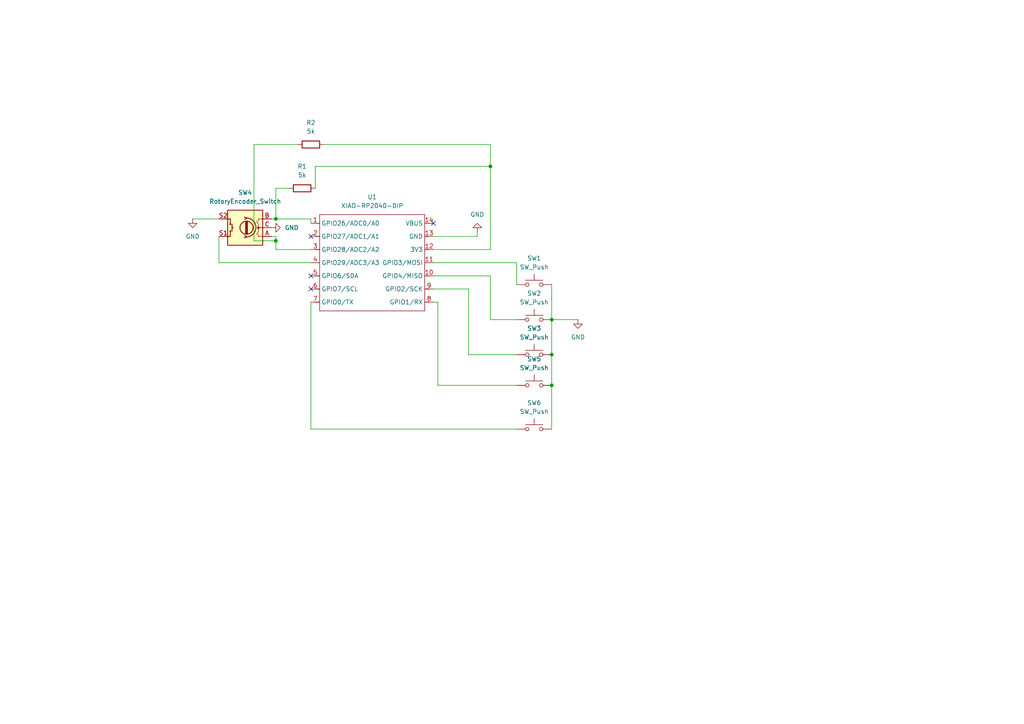
<source format=kicad_sch>
(kicad_sch (version 20250114) (generator "eeschema") (generator_version "9.0")
  (paper "A4")
  (lib_symbols
    (symbol "Device:R" (pin_numbers (hide yes)) (pin_names (offset 0))
      (property "Reference" "R" (at 2.032 0 90))
      (property "Value" "R" (at 0 0 90))
      (symbol "R_0_1"
        (rectangle (start -1.016 -2.54) (end 1.016 2.54) (stroke (width 0.254)))
      )
      (symbol "R_1_1"
        (pin passive line (at 0 3.81 270) (length 1.27) (name "~") (number "1"))
        (pin passive line (at 0 -3.81 90) (length 1.27) (name "~") (number "2"))
      )
    )
    (symbol "Device:RotaryEncoder_Switch" (pin_names (offset 0.254) (hide yes))
      (property "Reference" "SW" (at 0 6.604 0))
      (property "Value" "RotaryEncoder_Switch" (at 0 -6.604 0))
      (symbol "RotaryEncoder_Switch_0_1"
        (rectangle (start -5.08 5.08) (end 5.08 -5.08) (stroke (width 0.254)) (fill (type background)))
        (polyline (pts (xy -5.08 2.54) (xy -3.81 2.54) (xy -3.81 2.032)))
        (polyline (pts (xy -5.08 0) (xy -3.81 0) (xy -3.81 -1.016) (xy -3.302 -2.032)))
        (polyline (pts (xy -5.08 -2.54) (xy -3.81 -2.54) (xy -3.81 -2.032)))
        (polyline (pts (xy -4.318 0) (xy -3.81 0) (xy -3.81 1.016) (xy -3.302 2.032)))
        (circle (center -3.81 0) (radius 0.254) (fill (type outline)))
        (polyline (pts (xy -0.635 -1.778) (xy -0.635 1.778)) (stroke (width 0.254)))
        (circle (center -0.381 0) (radius 1.905) (stroke (width 0.254)))
        (polyline (pts (xy -0.381 -1.778) (xy -0.381 1.778)) (stroke (width 0.254)))
        (arc (start -0.381 -2.794) (mid -3.0988 -0.0635) (end -0.381 2.667) (stroke (width 0.254)))
        (polyline (pts (xy -0.127 1.778) (xy -0.127 -1.778)) (stroke (width 0.254)))
        (polyline (pts (xy 0.254 2.921) (xy -0.508 2.667) (xy 0.127 2.286)) (stroke (width 0.254)))
        (polyline (pts (xy 0.254 -3.048) (xy -0.508 -2.794) (xy 0.127 -2.413)) (stroke (width 0.254)))
        (polyline (pts (xy 3.81 1.016) (xy 3.81 -1.016)) (stroke (width 0.254)))
        (polyline (pts (xy 3.81 0) (xy 3.429 0)) (stroke (width 0.254)))
        (circle (center 4.318 1.016) (radius 0.127) (stroke (width 0.254)))
        (circle (center 4.318 -1.016) (radius 0.127) (stroke (width 0.254)))
        (polyline (pts (xy 5.08 2.54) (xy 4.318 2.54) (xy 4.318 1.016)) (stroke (width 0.254)))
        (polyline (pts (xy 5.08 -2.54) (xy 4.318 -2.54) (xy 4.318 -1.016)) (stroke (width 0.254)))
      )
      (symbol "RotaryEncoder_Switch_1_1"
        (pin passive line (at -7.62 2.54 0) (length 2.54) (name "A") (number "A"))
        (pin passive line (at -7.62 0 0) (length 2.54) (name "C") (number "C"))
        (pin passive line (at -7.62 -2.54 0) (length 2.54) (name "B") (number "B"))
        (pin passive line (at 7.62 2.54 180) (length 2.54) (name "S1") (number "S1"))
        (pin passive line (at 7.62 -2.54 180) (length 2.54) (name "S2") (number "S2"))
      )
    )
    (symbol "Seeed_Studio_XIAO_Series:XIAO-RP2040-DIP"
      (property "Reference" "U" (at 0 0 0))
      (property "Value" "XIAO-RP2040-DIP" (at 5.334 -1.778 0))
      (symbol "XIAO-RP2040-DIP_1_0"
        (polyline (pts (xy -1.27 -2.54) (xy 29.21 -2.54)) (stroke (width 0.1524)))
        (polyline (pts (xy -1.27 -5.08) (xy -2.54 -5.08)) (stroke (width 0.1524)))
        (polyline (pts (xy -1.27 -5.08) (xy -1.27 -2.54)) (stroke (width 0.1524)))
        (polyline (pts (xy -1.27 -8.89) (xy -2.54 -8.89)) (stroke (width 0.1524)))
        (polyline (pts (xy -1.27 -8.89) (xy -1.27 -5.08)) (stroke (width 0.1524)))
        (polyline (pts (xy -1.27 -12.7) (xy -2.54 -12.7)) (stroke (width 0.1524)))
        (polyline (pts (xy -1.27 -12.7) (xy -1.27 -8.89)) (stroke (width 0.1524)))
        (polyline (pts (xy -1.27 -16.51) (xy -2.54 -16.51)) (stroke (width 0.1524)))
        (polyline (pts (xy -1.27 -16.51) (xy -1.27 -12.7)) (stroke (width 0.1524)))
        (polyline (pts (xy -1.27 -20.32) (xy -2.54 -20.32)) (stroke (width 0.1524)))
        (polyline (pts (xy -1.27 -24.13) (xy -2.54 -24.13)) (stroke (width 0.1524)))
        (polyline (pts (xy -1.27 -27.94) (xy -2.54 -27.94)) (stroke (width 0.1524)))
        (polyline (pts (xy -1.27 -30.48) (xy -1.27 -16.51)) (stroke (width 0.1524)))
        (polyline (pts (xy 29.21 -2.54) (xy 29.21 -5.08)) (stroke (width 0.1524)))
        (polyline (pts (xy 29.21 -5.08) (xy 29.21 -8.89)) (stroke (width 0.1524)))
        (polyline (pts (xy 29.21 -8.89) (xy 29.21 -12.7)) (stroke (width 0.1524)))
        (polyline (pts (xy 29.21 -12.7) (xy 29.21 -30.48)) (stroke (width 0.1524)))
        (polyline (pts (xy 29.21 -30.48) (xy -1.27 -30.48)) (stroke (width 0.1524)))
        (polyline (pts (xy 30.48 -5.08) (xy 29.21 -5.08)) (stroke (width 0.1524)))
        (polyline (pts (xy 30.48 -8.89) (xy 29.21 -8.89)) (stroke (width 0.1524)))
        (polyline (pts (xy 30.48 -12.7) (xy 29.21 -12.7)) (stroke (width 0.1524)))
        (polyline (pts (xy 30.48 -16.51) (xy 29.21 -16.51)) (stroke (width 0.1524)))
        (polyline (pts (xy 30.48 -20.32) (xy 29.21 -20.32)) (stroke (width 0.1524)))
        (polyline (pts (xy 30.48 -24.13) (xy 29.21 -24.13)) (stroke (width 0.1524)))
        (polyline (pts (xy 30.48 -27.94) (xy 29.21 -27.94)) (stroke (width 0.1524)))
        (pin passive line (at -3.81 -5.08 0) (length 2.54) (name "GPIO26/ADC0/A0") (number "1"))
        (pin passive line (at -3.81 -8.89 0) (length 2.54) (name "GPIO27/ADC1/A1") (number "2"))
        (pin passive line (at -3.81 -12.7 0) (length 2.54) (name "GPIO28/ADC2/A2") (number "3"))
        (pin passive line (at -3.81 -16.51 0) (length 2.54) (name "GPIO29/ADC3/A3") (number "4"))
        (pin passive line (at -3.81 -20.32 0) (length 2.54) (name "GPIO6/SDA") (number "5"))
        (pin passive line (at -3.81 -24.13 0) (length 2.54) (name "GPIO7/SCL") (number "6"))
        (pin passive line (at -3.81 -27.94 0) (length 2.54) (name "GPIO0/TX") (number "7"))
        (pin passive line (at 31.75 -5.08 180) (length 2.54) (name "VBUS") (number "14"))
        (pin passive line (at 31.75 -8.89 180) (length 2.54) (name "GND") (number "13"))
        (pin passive line (at 31.75 -12.7 180) (length 2.54) (name "3V3") (number "12"))
        (pin passive line (at 31.75 -16.51 180) (length 2.54) (name "GPIO3/MOSI") (number "11"))
        (pin passive line (at 31.75 -20.32 180) (length 2.54) (name "GPIO4/MISO") (number "10"))
        (pin passive line (at 31.75 -24.13 180) (length 2.54) (name "GPIO2/SCK") (number "9"))
        (pin passive line (at 31.75 -27.94 180) (length 2.54) (name "GPIO1/RX") (number "8"))
      )
    )
    (symbol "Switch:SW_Push" (pin_numbers (hide yes)) (pin_names (offset 1.016) (hide yes))
      (property "Reference" "SW" (at 1.27 2.54 0))
      (property "Value" "SW_Push" (at 0 -1.524 0))
      (symbol "SW_Push_0_1"
        (circle (center -2.032 0) (radius 0.508))
        (polyline (pts (xy 0 1.27) (xy 0 3.048)))
        (circle (center 2.032 0) (radius 0.508))
        (polyline (pts (xy 2.54 1.27) (xy -2.54 1.27)))
        (pin passive line (at -5.08 0 0) (length 2.54) (name "1") (number "1"))
        (pin passive line (at 5.08 0 180) (length 2.54) (name "2") (number "2"))
      )
    )
    (symbol "power:GND" (power) (pin_numbers (hide yes)) (pin_names (offset 0) (hide yes))
      (property "Value" "GND" (at 0 -3.81 0))
      (symbol "GND_0_1"
        (polyline (pts (xy 0 0) (xy 0 -1.27) (xy 1.27 -1.27) (xy 0 -2.54) (xy -1.27 -1.27) (xy 0 -1.27)))
      )
      (symbol "GND_1_1"
        (pin power_in line (at 0 0 270) (length 0) (name "~") (number "1"))
      )
    )
  )
  (junction (at 160.02 102.87))
  (junction (at 80.01 69.85))
  (junction (at 142.24 48.26))
  (junction (at 160.02 111.76))
  (junction (at 160.02 92.71))
  (junction (at 80.01 63.5))
  (no_connect (at 90.17 68.58))
  (no_connect (at 90.17 80.01))
  (no_connect (at 90.17 83.82))
  (no_connect (at 125.73 64.77))
  (wire (pts (xy 127 111.76) (xy 127 87.63)))
  (wire (pts (xy 93.98 41.91) (xy 142.24 41.91)))
  (wire (pts (xy 80.01 63.5) (xy 90.17 63.5)))
  (wire (pts (xy 135.89 102.87) (xy 149.86 102.87)))
  (wire (pts (xy 73.66 41.91) (xy 86.36 41.91)))
  (wire (pts (xy 125.73 76.2) (xy 149.86 76.2)))
  (wire (pts (xy 63.5 68.58) (xy 63.5 76.2)))
  (wire (pts (xy 78.74 63.5) (xy 80.01 63.5)))
  (wire (pts (xy 149.86 76.2) (xy 149.86 82.55)))
  (wire (pts (xy 127 87.63) (xy 125.73 87.63)))
  (wire (pts (xy 160.02 92.71) (xy 160.02 102.87)))
  (wire (pts (xy 78.74 68.58) (xy 80.01 68.58)))
  (wire (pts (xy 142.24 41.91) (xy 142.24 48.26)))
  (wire (pts (xy 90.17 124.46) (xy 149.86 124.46)))
  (wire (pts (xy 80.01 63.5) (xy 80.01 54.61)))
  (wire (pts (xy 149.86 111.76) (xy 127 111.76)))
  (wire (pts (xy 80.01 68.58) (xy 80.01 69.85)))
  (wire (pts (xy 73.66 69.85) (xy 73.66 41.91)))
  (wire (pts (xy 160.02 92.71) (xy 167.64 92.71)))
  (wire (pts (xy 55.88 63.5) (xy 63.5 63.5)))
  (wire (pts (xy 142.24 92.71) (xy 149.86 92.71)))
  (wire (pts (xy 160.02 111.76) (xy 160.02 124.46)))
  (wire (pts (xy 90.17 87.63) (xy 90.17 124.46)))
  (wire (pts (xy 142.24 80.01) (xy 142.24 92.71)))
  (wire (pts (xy 125.73 72.39) (xy 142.24 72.39)))
  (wire (pts (xy 160.02 102.87) (xy 160.02 111.76)))
  (wire (pts (xy 160.02 82.55) (xy 160.02 92.71)))
  (wire (pts (xy 80.01 72.39) (xy 90.17 72.39)))
  (wire (pts (xy 125.73 80.01) (xy 142.24 80.01)))
  (wire (pts (xy 90.17 76.2) (xy 63.5 76.2)))
  (wire (pts (xy 91.44 48.26) (xy 142.24 48.26)))
  (wire (pts (xy 90.17 63.5) (xy 90.17 64.77)))
  (wire (pts (xy 138.43 68.58) (xy 138.43 67.31)))
  (wire (pts (xy 135.89 83.82) (xy 135.89 102.87)))
  (wire (pts (xy 125.73 68.58) (xy 138.43 68.58)))
  (wire (pts (xy 80.01 72.39) (xy 80.01 69.85)))
  (wire (pts (xy 80.01 69.85) (xy 73.66 69.85)))
  (wire (pts (xy 125.73 83.82) (xy 135.89 83.82)))
  (wire (pts (xy 91.44 48.26) (xy 91.44 54.61)))
  (wire (pts (xy 142.24 48.26) (xy 142.24 72.39)))
  (wire (pts (xy 80.01 54.61) (xy 83.82 54.61)))
  (symbol (lib_id "Seeed_Studio_XIAO_Series:XIAO-RP2040-DIP") (at 93.98 59.69 0) (unit 1)
    (property "Reference" "U1" (at 107.95 57.15 0))
    (property "Value" "XIAO-RP2040-DIP" (at 107.95 59.69 0))
    (property "Footprint" "Seeed Studio XIAO Series Library:XIAO-RP2040-DIP" (effects (hide yes)))
  )
  (symbol (lib_id "Switch:SW_Push") (at 154.94 92.71 0) (unit 1)
    (property "Reference" "SW2" (at 154.94 85.09 0))
    (property "Value" "SW_Push" (at 154.94 87.63 0))
    (property "Footprint" "Button_Switch_Keyboard:SW_Cherry_MX_1.00u_PCB" (effects (hide yes)))
    (property "Description" "Push button switch, generic, two pins" (effects (hide yes)))
  )
  (symbol (lib_id "Switch:SW_Push") (at 154.94 111.76 0) (unit 1)
    (property "Reference" "SW5" (at 154.94 104.14 0))
    (property "Value" "SW_Push" (at 154.94 106.68 0))
    (property "Footprint" "Button_Switch_THT:SW_PUSH_6mm_H9.5mm" (effects (hide yes)))
    (property "Description" "Push button switch, generic, two pins" (effects (hide yes)))
  )
  (symbol (lib_id "Switch:SW_Push") (at 154.94 124.46 0) (unit 1)
    (property "Reference" "SW6" (at 154.94 116.84 0))
    (property "Value" "SW_Push" (at 154.94 119.38 0))
    (property "Footprint" "Button_Switch_THT:SW_PUSH_6mm_H9.5mm" (effects (hide yes)))
    (property "Description" "Push button switch, generic, two pins" (effects (hide yes)))
  )
  (symbol (lib_id "Device:R") (at 90.17 41.91 270) (unit 1)
    (property "Reference" "R2" (at 90.17 35.56 90))
    (property "Value" "5k" (at 90.17 38.1 90))
    (property "Footprint" "Resistor_THT:R_Axial_DIN0204_L3.6mm_D1.6mm_P7.62mm_Horizontal" (effects (hide yes)))
    (property "Description" "Resistor" (effects (hide yes)))
  )
  (symbol (lib_id "Switch:SW_Push") (at 154.94 102.87 0) (unit 1)
    (property "Reference" "SW3" (at 154.94 95.25 0))
    (property "Value" "SW_Push" (at 154.94 97.79 0))
    (property "Footprint" "Button_Switch_Keyboard:SW_Cherry_MX_1.00u_PCB" (effects (hide yes)))
    (property "Description" "Push button switch, generic, two pins" (effects (hide yes)))
  )
  (symbol (lib_id "Switch:SW_Push") (at 154.94 82.55 0) (unit 1)
    (property "Reference" "SW1" (at 154.94 74.93 0))
    (property "Value" "SW_Push" (at 154.94 77.47 0))
    (property "Footprint" "Button_Switch_Keyboard:SW_Cherry_MX_1.00u_PCB" (effects (hide yes)))
    (property "Description" "Push button switch, generic, two pins" (effects (hide yes)))
  )
  (symbol (lib_id "Device:R") (at 87.63 54.61 270) (unit 1)
    (property "Reference" "R1" (at 87.63 48.26 90))
    (property "Value" "5k" (at 87.63 50.8 90))
    (property "Footprint" "Resistor_THT:R_Axial_DIN0204_L3.6mm_D1.6mm_P7.62mm_Horizontal" (effects (hide yes)))
    (property "Description" "Resistor" (effects (hide yes)))
  )
  (symbol (lib_id "Device:RotaryEncoder_Switch") (at 71.12 66.04 180) (unit 1)
    (property "Reference" "SW4" (at 71.12 55.88 0))
    (property "Value" "RotaryEncoder_Switch" (at 71.12 58.42 0))
    (property "Footprint" "Rotary_Encoder:RotaryEncoder_Alps_EC11E-Switch_Vertical_H20mm_CircularMountingHoles" (effects (hide yes)))
    (property "Description" "Rotary encoder, dual channel, incremental quadrate outputs, with switch" (effects (hide yes)))
  )
  (symbol (lib_id "power:GND") (at 138.43 67.31 180) (unit 1)
    (property "Reference" "#PWR01" (effects (hide yes)))
    (property "Value" "GND" (at 138.43 62.23 0))
    (property "Description" "Power symbol creates a global label with name \"GND\" , ground" (effects (hide yes)))
  )
  (symbol (lib_id "power:GND") (at 167.64 92.71 0) (unit 1)
    (property "Reference" "#PWR03" (effects (hide yes)))
    (property "Value" "GND" (at 167.64 97.79 0))
    (property "Description" "Power symbol creates a global label with name \"GND\" , ground" (effects (hide yes)))
  )
  (symbol (lib_id "power:GND") (at 55.88 63.5 0) (unit 1)
    (property "Reference" "#PWR02" (effects (hide yes)))
    (property "Value" "GND" (at 55.88 68.58 0))
    (property "Description" "Power symbol creates a global label with name \"GND\" , ground" (effects (hide yes)))
  )
  (symbol (lib_id "power:GND") (at 78.74 66.04 90) (unit 1)
    (property "Reference" "#PWR04" (effects (hide yes)))
    (property "Value" "GND" (at 82.55 66.0399 90) (effects (justify right)))
    (property "Description" "Power symbol creates a global label with name \"GND\" , ground" (effects (hide yes)))
  )
)
</source>
